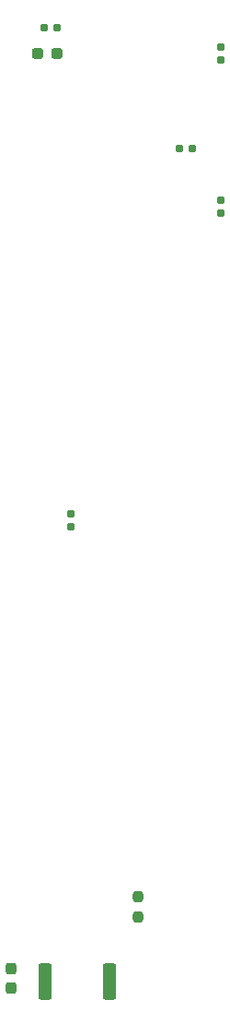
<source format=gbr>
%TF.GenerationSoftware,KiCad,Pcbnew,8.0.0*%
%TF.CreationDate,2024-02-27T14:42:45+08:00*%
%TF.ProjectId,esp32_temperature_controller,65737033-325f-4746-956d-706572617475,rev?*%
%TF.SameCoordinates,PX50e7ea0PY815a420*%
%TF.FileFunction,Paste,Top*%
%TF.FilePolarity,Positive*%
%FSLAX46Y46*%
G04 Gerber Fmt 4.6, Leading zero omitted, Abs format (unit mm)*
G04 Created by KiCad (PCBNEW 8.0.0) date 2024-02-27 14:42:45*
%MOMM*%
%LPD*%
G01*
G04 APERTURE LIST*
G04 Aperture macros list*
%AMRoundRect*
0 Rectangle with rounded corners*
0 $1 Rounding radius*
0 $2 $3 $4 $5 $6 $7 $8 $9 X,Y pos of 4 corners*
0 Add a 4 corners polygon primitive as box body*
4,1,4,$2,$3,$4,$5,$6,$7,$8,$9,$2,$3,0*
0 Add four circle primitives for the rounded corners*
1,1,$1+$1,$2,$3*
1,1,$1+$1,$4,$5*
1,1,$1+$1,$6,$7*
1,1,$1+$1,$8,$9*
0 Add four rect primitives between the rounded corners*
20,1,$1+$1,$2,$3,$4,$5,0*
20,1,$1+$1,$4,$5,$6,$7,0*
20,1,$1+$1,$6,$7,$8,$9,0*
20,1,$1+$1,$8,$9,$2,$3,0*%
G04 Aperture macros list end*
%ADD10RoundRect,0.160000X0.197500X0.160000X-0.197500X0.160000X-0.197500X-0.160000X0.197500X-0.160000X0*%
%ADD11RoundRect,0.250000X0.362500X1.425000X-0.362500X1.425000X-0.362500X-1.425000X0.362500X-1.425000X0*%
%ADD12RoundRect,0.155000X0.155000X-0.212500X0.155000X0.212500X-0.155000X0.212500X-0.155000X-0.212500X0*%
%ADD13RoundRect,0.237500X0.287500X0.237500X-0.287500X0.237500X-0.287500X-0.237500X0.287500X-0.237500X0*%
%ADD14RoundRect,0.237500X-0.237500X0.250000X-0.237500X-0.250000X0.237500X-0.250000X0.237500X0.250000X0*%
%ADD15RoundRect,0.237500X-0.237500X0.287500X-0.237500X-0.287500X0.237500X-0.287500X0.237500X0.287500X0*%
%ADD16RoundRect,0.160000X0.160000X-0.197500X0.160000X0.197500X-0.160000X0.197500X-0.160000X-0.197500X0*%
G04 APERTURE END LIST*
D10*
%TO.C,R9*%
X29414000Y82536000D03*
X28219000Y82536000D03*
%TD*%
D11*
%TO.C,R6*%
X21758500Y6096000D03*
X15833500Y6096000D03*
%TD*%
D12*
%TO.C,C5*%
X32064000Y90668500D03*
X32064000Y91803500D03*
%TD*%
D13*
%TO.C,D7*%
X16939000Y91286000D03*
X15189000Y91286000D03*
%TD*%
D14*
%TO.C,R1*%
X24384000Y13866500D03*
X24384000Y12041500D03*
%TD*%
D10*
%TO.C,R10*%
X17011500Y93636000D03*
X15816500Y93636000D03*
%TD*%
D15*
%TO.C,D6*%
X12700000Y7225000D03*
X12700000Y5475000D03*
%TD*%
D12*
%TO.C,C8*%
X32064000Y76618500D03*
X32064000Y77753500D03*
%TD*%
D16*
%TO.C,R4*%
X18264000Y47788500D03*
X18264000Y48983500D03*
%TD*%
M02*

</source>
